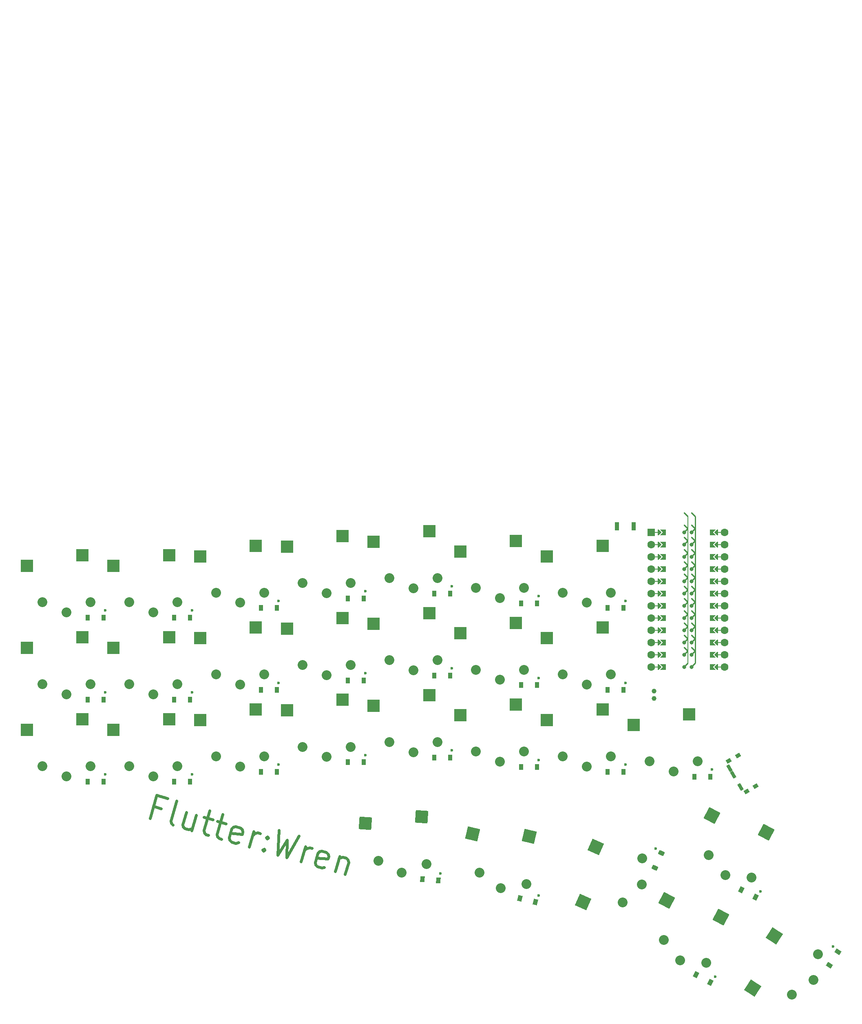
<source format=gbr>
%TF.GenerationSoftware,KiCad,Pcbnew,6.0.7*%
%TF.CreationDate,2022-09-14T22:19:12-04:00*%
%TF.ProjectId,flutter_v2_wren,666c7574-7465-4725-9f76-325f7772656e,v1.0.0*%
%TF.SameCoordinates,Original*%
%TF.FileFunction,Copper,L1,Top*%
%TF.FilePolarity,Positive*%
%FSLAX46Y46*%
G04 Gerber Fmt 4.6, Leading zero omitted, Abs format (unit mm)*
G04 Created by KiCad (PCBNEW 6.0.7) date 2022-09-14 22:19:12*
%MOMM*%
%LPD*%
G01*
G04 APERTURE LIST*
G04 Aperture macros list*
%AMRotRect*
0 Rectangle, with rotation*
0 The origin of the aperture is its center*
0 $1 length*
0 $2 width*
0 $3 Rotation angle, in degrees counterclockwise*
0 Add horizontal line*
21,1,$1,$2,0,0,$3*%
%AMFreePoly0*
4,1,6,0.600000,0.200000,0.000000,-0.400000,-0.600000,0.200000,-0.600000,0.400000,0.600000,0.400000,0.600000,0.200000,0.600000,0.200000,$1*%
%AMFreePoly1*
4,1,5,0.125000,-0.500000,-0.125000,-0.500000,-0.125000,0.500000,0.125000,0.500000,0.125000,-0.500000,0.125000,-0.500000,$1*%
%AMFreePoly2*
4,1,49,0.088388,4.152388,0.854389,3.386388,0.867708,3.368551,0.871189,3.365530,0.871982,3.362827,0.875852,3.357644,0.882333,3.327543,0.891000,3.298000,0.891000,0.766000,0.887805,0.743969,0.888131,0.739371,0.886780,0.736898,0.885852,0.730498,0.869154,0.704638,0.854389,0.677612,0.088388,-0.088388,0.064607,-0.106146,0.062500,-0.108253,0.061385,-0.108552,0.059644,-0.109852,
0.043810,-0.113261,0.000000,-0.125000,-0.004774,-0.123721,-0.009154,-0.124664,-0.028953,-0.117242,-0.062500,-0.108253,-0.068237,-0.102516,-0.075052,-0.099961,-0.087614,-0.083139,-0.108253,-0.062500,-0.111178,-0.051584,-0.117161,-0.043572,-0.118539,-0.024114,-0.125000,0.000000,-0.121239,0.014035,-0.122131,0.026629,-0.113759,0.041953,-0.108253,0.062500,-0.095642,0.075111,-0.088388,0.088388,
0.641000,0.817777,0.641000,3.246223,-0.088388,3.975612,-0.109852,4.004356,-0.124664,4.073154,-0.099961,4.139052,-0.043572,4.181161,0.026629,4.186131,0.088388,4.152388,0.088388,4.152388,$1*%
%AMFreePoly3*
4,1,6,0.600000,-0.250000,-0.600000,-0.250000,-0.600000,1.000000,0.000000,0.400000,0.600000,1.000000,0.600000,-0.250000,0.600000,-0.250000,$1*%
%AMFreePoly4*
4,1,49,0.088388,4.152388,0.850389,3.390388,0.863708,3.372551,0.867189,3.369530,0.867982,3.366827,0.871852,3.361644,0.878333,3.331543,0.887000,3.302000,0.887000,0.762000,0.883805,0.739969,0.884131,0.735371,0.882780,0.732898,0.881852,0.726498,0.865154,0.700638,0.850389,0.673612,0.088388,-0.088388,0.064607,-0.106146,0.062500,-0.108253,0.061385,-0.108552,0.059644,-0.109852,
0.043810,-0.113261,0.000000,-0.125000,-0.004774,-0.123721,-0.009154,-0.124664,-0.028953,-0.117242,-0.062500,-0.108253,-0.068237,-0.102516,-0.075052,-0.099961,-0.087614,-0.083139,-0.108253,-0.062500,-0.111178,-0.051584,-0.117161,-0.043572,-0.118539,-0.024114,-0.125000,0.000000,-0.121239,0.014035,-0.122131,0.026629,-0.113759,0.041953,-0.108253,0.062500,-0.095642,0.075111,-0.088388,0.088388,
0.637000,0.813777,0.637000,3.250223,-0.088388,3.975612,-0.109852,4.004356,-0.124664,4.073154,-0.099961,4.139052,-0.043572,4.181161,0.026629,4.186131,0.088388,4.152388,0.088388,4.152388,$1*%
G04 Aperture macros list end*
%ADD10C,0.600000*%
%TA.AperFunction,NonConductor*%
%ADD11C,0.600000*%
%TD*%
%TA.AperFunction,ComponentPad*%
%ADD12C,1.000000*%
%TD*%
%TA.AperFunction,SMDPad,CuDef*%
%ADD13R,0.900000X1.200000*%
%TD*%
%TA.AperFunction,SMDPad,CuDef*%
%ADD14R,2.600000X2.600000*%
%TD*%
%TA.AperFunction,ComponentPad*%
%ADD15C,2.032000*%
%TD*%
%TA.AperFunction,ComponentPad*%
%ADD16C,0.600000*%
%TD*%
%TA.AperFunction,SMDPad,CuDef*%
%ADD17RotRect,2.600000X2.600000X66.000000*%
%TD*%
%TA.AperFunction,SMDPad,CuDef*%
%ADD18RotRect,0.900000X1.200000X237.000000*%
%TD*%
%TA.AperFunction,SMDPad,CuDef*%
%ADD19RotRect,0.900000X1.200000X152.000000*%
%TD*%
%TA.AperFunction,SMDPad,CuDef*%
%ADD20RotRect,2.600000X2.600000X332.000000*%
%TD*%
%TA.AperFunction,SMDPad,CuDef*%
%ADD21RotRect,2.600000X2.600000X57.000000*%
%TD*%
%TA.AperFunction,SMDPad,CuDef*%
%ADD22R,0.900000X1.700000*%
%TD*%
%TA.AperFunction,SMDPad,CuDef*%
%ADD23RotRect,2.600000X2.600000X346.500000*%
%TD*%
%TA.AperFunction,SMDPad,CuDef*%
%ADD24FreePoly0,270.000000*%
%TD*%
%TA.AperFunction,ComponentPad*%
%ADD25C,1.600000*%
%TD*%
%TA.AperFunction,SMDPad,CuDef*%
%ADD26FreePoly1,270.000000*%
%TD*%
%TA.AperFunction,SMDPad,CuDef*%
%ADD27FreePoly1,90.000000*%
%TD*%
%TA.AperFunction,SMDPad,CuDef*%
%ADD28FreePoly0,90.000000*%
%TD*%
%TA.AperFunction,ComponentPad*%
%ADD29R,1.600000X1.600000*%
%TD*%
%TA.AperFunction,SMDPad,CuDef*%
%ADD30FreePoly2,270.000000*%
%TD*%
%TA.AperFunction,SMDPad,CuDef*%
%ADD31FreePoly3,270.000000*%
%TD*%
%TA.AperFunction,ComponentPad*%
%ADD32C,0.800000*%
%TD*%
%TA.AperFunction,SMDPad,CuDef*%
%ADD33FreePoly3,90.000000*%
%TD*%
%TA.AperFunction,SMDPad,CuDef*%
%ADD34FreePoly4,90.000000*%
%TD*%
%TA.AperFunction,SMDPad,CuDef*%
%ADD35RotRect,2.600000X2.600000X356.000000*%
%TD*%
%TA.AperFunction,SMDPad,CuDef*%
%ADD36RotRect,1.000000X0.800000X30.000000*%
%TD*%
%TA.AperFunction,SMDPad,CuDef*%
%ADD37RotRect,0.700000X1.500000X30.000000*%
%TD*%
%TA.AperFunction,SMDPad,CuDef*%
%ADD38RotRect,0.900000X1.200000X166.500000*%
%TD*%
%TA.AperFunction,SMDPad,CuDef*%
%ADD39RotRect,0.900000X1.200000X246.000000*%
%TD*%
%TA.AperFunction,SMDPad,CuDef*%
%ADD40RotRect,0.900000X1.200000X176.000000*%
%TD*%
G04 APERTURE END LIST*
D10*
D11*
X19608466Y-12604101D02*
X18006363Y-12144706D01*
X17284456Y-14662296D02*
X18662643Y-9855988D01*
X20951361Y-10512267D01*
X22090764Y-16040483D02*
X21698649Y-15680355D01*
X21601033Y-15156984D01*
X22782336Y-11037291D01*
X26900377Y-13951952D02*
X25981586Y-17156158D01*
X24840530Y-13361301D02*
X24118623Y-15878891D01*
X24216239Y-16402262D01*
X24608355Y-16762390D01*
X25294970Y-16959274D01*
X25818342Y-16861658D01*
X26112841Y-16698414D01*
X28502480Y-14411348D02*
X30333454Y-14936371D01*
X29648491Y-13006129D02*
X28467188Y-17125822D01*
X28564804Y-17649193D01*
X28956919Y-18009321D01*
X29414663Y-18140577D01*
X31248942Y-15198883D02*
X33079916Y-15723907D01*
X32394953Y-13793664D02*
X31213650Y-17913357D01*
X31311266Y-18436729D01*
X31703381Y-18796856D01*
X32161125Y-18928112D01*
X35659830Y-19683660D02*
X35136459Y-19781276D01*
X34220971Y-19518764D01*
X33828856Y-19158636D01*
X33731240Y-18635264D01*
X34256263Y-16804290D01*
X34616391Y-16412174D01*
X35139763Y-16314558D01*
X36055250Y-16577070D01*
X36447366Y-16937198D01*
X36544982Y-17460569D01*
X36413726Y-17918313D01*
X33993752Y-17719777D01*
X37882921Y-20568811D02*
X38801712Y-17364605D01*
X38539200Y-18280092D02*
X38899328Y-17887977D01*
X39193828Y-17724733D01*
X39717199Y-17627117D01*
X40174943Y-17758373D01*
X40989511Y-20964230D02*
X41152754Y-21258730D01*
X40858255Y-21421974D01*
X40695011Y-21127474D01*
X40989511Y-20964230D01*
X40858255Y-21421974D01*
X41711418Y-18446640D02*
X41874662Y-18741140D01*
X41580162Y-18904384D01*
X41416918Y-18609884D01*
X41711418Y-18446640D01*
X41580162Y-18904384D01*
X44067416Y-17140689D02*
X43833588Y-22275137D01*
X45733495Y-19104572D01*
X45664563Y-22800161D01*
X48187109Y-18321992D01*
X48639897Y-23653324D02*
X49558688Y-20449118D01*
X49296176Y-21364606D02*
X49656304Y-20972490D01*
X49950804Y-20809246D01*
X50474175Y-20711630D01*
X50931919Y-20842886D01*
X53511833Y-24802639D02*
X52988462Y-24900255D01*
X52072974Y-24637743D01*
X51680859Y-24277615D01*
X51583243Y-23754244D01*
X52108266Y-21923269D01*
X52468394Y-21531154D01*
X52991766Y-21433538D01*
X53907253Y-21696049D01*
X54299369Y-22056177D01*
X54396985Y-22579549D01*
X54265729Y-23037292D01*
X51845755Y-22838757D01*
X56653715Y-22483585D02*
X55734924Y-25687790D01*
X56522459Y-22941328D02*
X56816959Y-22778084D01*
X57340330Y-22680468D01*
X58026946Y-22877352D01*
X58419062Y-23237480D01*
X58516678Y-23760852D01*
X57794770Y-26278442D01*
D12*
%TO.P,,1*%
%TO.N,pos*%
X122000000Y11750000D03*
%TO.P,,2*%
%TO.N,GND*%
X122000000Y10250000D03*
%TD*%
D13*
%TO.P,D10,1*%
%TO.N,P6*%
X61650000Y-3000000D03*
%TO.P,D10,2*%
%TO.N,D12*%
X58350000Y-3000000D03*
%TD*%
D14*
%TO.P,S24,1*%
%TO.N,P2*%
X57275000Y43950000D03*
%TO.P,S24,2*%
%TO.N,D10*%
X45725000Y41750000D03*
%TD*%
D15*
%TO.P,S51,1*%
%TO.N,P1*%
X121000000Y-2800000D03*
X131000000Y-2800000D03*
%TO.P,S51,2*%
%TO.N,D27*%
X126000000Y-4900000D03*
X126000000Y-4900000D03*
%TD*%
%TO.P,S9,1*%
%TO.N,P0*%
X13000000Y13200000D03*
X23000000Y13200000D03*
%TO.P,S9,2*%
%TO.N,D3*%
X18000000Y11100000D03*
X18000000Y11100000D03*
%TD*%
D16*
%TO.P,REF\u002A\u002A,1*%
%TO.N,P5*%
X44000000Y30500000D03*
%TD*%
D15*
%TO.P,S27,1*%
%TO.N,P0*%
X67000000Y18200000D03*
X77000000Y18200000D03*
%TO.P,S27,2*%
%TO.N,D15*%
X72000000Y16100000D03*
X72000000Y16100000D03*
%TD*%
D16*
%TO.P,REF\u002A\u002A,1*%
%TO.N,P9*%
X122278393Y-20928688D03*
%TD*%
%TO.P,REF\u002A\u002A,1*%
%TO.N,P10*%
X134000000Y-4500000D03*
%TD*%
%TO.P,REF\u002A\u002A,1*%
%TO.N,P5*%
X44000000Y-3500000D03*
%TD*%
D13*
%TO.P,D13,1*%
%TO.N,P7*%
X79650000Y-2000000D03*
%TO.P,D13,2*%
%TO.N,D16*%
X76350000Y-2000000D03*
%TD*%
D16*
%TO.P,REF\u002A\u002A,1*%
%TO.N,P4*%
X8000000Y28500000D03*
%TD*%
D17*
%TO.P,S44,1*%
%TO.N,P3*%
X109896467Y-20588056D03*
%TO.P,S44,2*%
%TO.N,D24*%
X107208459Y-32034326D03*
%TD*%
D15*
%TO.P,S15,1*%
%TO.N,P0*%
X31000000Y15200000D03*
X41000000Y15200000D03*
%TO.P,S15,2*%
%TO.N,D7*%
X36000000Y13100000D03*
X36000000Y13100000D03*
%TD*%
D18*
%TO.P,D25,1*%
%TO.N,P10*%
X160171373Y-42374190D03*
%TO.P,D25,2*%
%TO.N,D27*%
X158374065Y-45141802D03*
%TD*%
D13*
%TO.P,D26,1*%
%TO.N,P10*%
X133650000Y-6000000D03*
%TO.P,D26,2*%
%TO.N,D27*%
X130350000Y-6000000D03*
%TD*%
D14*
%TO.P,S42,1*%
%TO.N,P0*%
X111275000Y41950000D03*
%TO.P,S42,2*%
%TO.N,D22*%
X99725000Y39750000D03*
%TD*%
D16*
%TO.P,REF\u002A\u002A,1*%
%TO.N,P7*%
X80000000Y-500000D03*
%TD*%
D15*
%TO.P,S47,1*%
%TO.N,P0*%
X142176056Y-26928776D03*
X133346580Y-22234060D03*
%TO.P,S47,2*%
%TO.N,D25*%
X136775428Y-26435608D03*
X136775428Y-26435608D03*
%TD*%
D16*
%TO.P,REF\u002A\u002A,1*%
%TO.N,P10*%
X134637366Y-47497153D03*
%TD*%
D13*
%TO.P,D2,1*%
%TO.N,P4*%
X7650000Y10000000D03*
%TO.P,D2,2*%
%TO.N,D3*%
X4350000Y10000000D03*
%TD*%
D14*
%TO.P,S26,1*%
%TO.N,P1*%
X75275000Y10950000D03*
%TO.P,S26,2*%
%TO.N,D16*%
X63725000Y8750000D03*
%TD*%
D16*
%TO.P,REF\u002A\u002A,1*%
%TO.N,P10*%
X77596852Y-26044654D03*
%TD*%
%TO.P,REF\u002A\u002A,1*%
%TO.N,P4*%
X8000000Y-5500000D03*
%TD*%
D14*
%TO.P,S8,1*%
%TO.N,P1*%
X21275000Y5950000D03*
%TO.P,S8,2*%
%TO.N,D4*%
X9725000Y3750000D03*
%TD*%
D13*
%TO.P,D21,1*%
%TO.N,P9*%
X115650000Y29000000D03*
%TO.P,D21,2*%
%TO.N,D22*%
X112350000Y29000000D03*
%TD*%
D16*
%TO.P,REF\u002A\u002A,1*%
%TO.N,P8*%
X98000000Y14500000D03*
%TD*%
D13*
%TO.P,D14,1*%
%TO.N,P7*%
X79650000Y15000000D03*
%TO.P,D14,2*%
%TO.N,D15*%
X76350000Y15000000D03*
%TD*%
D14*
%TO.P,S18,1*%
%TO.N,P2*%
X39275000Y41950000D03*
%TO.P,S18,2*%
%TO.N,D6*%
X27725000Y39750000D03*
%TD*%
D15*
%TO.P,S39,1*%
%TO.N,P1*%
X103000000Y15200000D03*
X113000000Y15200000D03*
%TO.P,S39,2*%
%TO.N,D23*%
X108000000Y13100000D03*
X108000000Y13100000D03*
%TD*%
D16*
%TO.P,REF\u002A\u002A,1*%
%TO.N,P9*%
X116000000Y-3500000D03*
%TD*%
D15*
%TO.P,S3,1*%
%TO.N,P0*%
X5000000Y13200000D03*
X-5000000Y13200000D03*
%TO.P,S3,2*%
%TO.N,D3*%
X0Y11100000D03*
X0Y11100000D03*
%TD*%
D16*
%TO.P,REF\u002A\u002A,1*%
%TO.N,P8*%
X98000000Y-2500000D03*
%TD*%
%TO.P,REF\u002A\u002A,1*%
%TO.N,P4*%
X26000000Y11500000D03*
%TD*%
D15*
%TO.P,S53,1*%
%TO.N,P1*%
X64747105Y-23441961D03*
X74722746Y-24139526D03*
%TO.P,S53,2*%
%TO.N,D27*%
X69588437Y-25885628D03*
X69588437Y-25885628D03*
%TD*%
%TO.P,S23,1*%
%TO.N,P2*%
X49000000Y34200000D03*
X59000000Y34200000D03*
%TO.P,S23,2*%
%TO.N,D10*%
X54000000Y32100000D03*
X54000000Y32100000D03*
%TD*%
D13*
%TO.P,D3,1*%
%TO.N,P4*%
X7650000Y27000000D03*
%TO.P,D3,2*%
%TO.N,D2*%
X4350000Y27000000D03*
%TD*%
D19*
%TO.P,D23,1*%
%TO.N,P10*%
X133624127Y-48657260D03*
%TO.P,D23,2*%
%TO.N,D26*%
X130710399Y-47108004D03*
%TD*%
D15*
%TO.P,S35,1*%
%TO.N,P2*%
X85000000Y33200000D03*
X95000000Y33200000D03*
%TO.P,S35,2*%
%TO.N,D18*%
X90000000Y31100000D03*
X90000000Y31100000D03*
%TD*%
%TO.P,S33,1*%
%TO.N,P0*%
X95000000Y16200000D03*
X85000000Y16200000D03*
%TO.P,S33,2*%
%TO.N,D19*%
X90000000Y14100000D03*
X90000000Y14100000D03*
%TD*%
D16*
%TO.P,REF\u002A\u002A,1*%
%TO.N,P10*%
X144026797Y-29838202D03*
%TD*%
%TO.P,REF\u002A\u002A,1*%
%TO.N,P4*%
X26000000Y-5500000D03*
%TD*%
D20*
%TO.P,S48,1*%
%TO.N,P0*%
X145230319Y-17510198D03*
%TO.P,S48,2*%
%TO.N,D25*%
X133999437Y-14030286D03*
%TD*%
D13*
%TO.P,D8,1*%
%TO.N,P5*%
X43650000Y12000000D03*
%TO.P,D8,2*%
%TO.N,D7*%
X40350000Y12000000D03*
%TD*%
D15*
%TO.P,S19,1*%
%TO.N,P1*%
X59000000Y200000D03*
X49000000Y200000D03*
%TO.P,S19,2*%
%TO.N,D12*%
X54000000Y-1900000D03*
X54000000Y-1900000D03*
%TD*%
D13*
%TO.P,D9,1*%
%TO.N,P5*%
X43650000Y29000000D03*
%TO.P,D9,2*%
%TO.N,D6*%
X40350000Y29000000D03*
%TD*%
D19*
%TO.P,D24,1*%
%TO.N,P10*%
X143013559Y-30998308D03*
%TO.P,D24,2*%
%TO.N,D25*%
X140099831Y-29449052D03*
%TD*%
D15*
%TO.P,S55,1*%
%TO.N,P1*%
X85751058Y-25927779D03*
X95474757Y-28262233D03*
%TO.P,S55,2*%
%TO.N,D27*%
X90122672Y-29136983D03*
X90122672Y-29136983D03*
%TD*%
%TO.P,S45,1*%
%TO.N,P2*%
X123957149Y-39893012D03*
X132786625Y-44587728D03*
%TO.P,S45,2*%
%TO.N,D26*%
X127385997Y-44094560D03*
X127385997Y-44094560D03*
%TD*%
D14*
%TO.P,S20,1*%
%TO.N,P1*%
X57275000Y9950000D03*
%TO.P,S20,2*%
%TO.N,D12*%
X45725000Y7750000D03*
%TD*%
%TO.P,S4,1*%
%TO.N,P0*%
X3275000Y22950000D03*
%TO.P,S4,2*%
%TO.N,D3*%
X-8275000Y20750000D03*
%TD*%
D13*
%TO.P,D5,1*%
%TO.N,P4*%
X25650000Y10000000D03*
%TO.P,D5,2*%
%TO.N,D3*%
X22350000Y10000000D03*
%TD*%
D14*
%TO.P,S12,1*%
%TO.N,P2*%
X21275000Y39950000D03*
%TO.P,S12,2*%
%TO.N,D2*%
X9725000Y37750000D03*
%TD*%
D21*
%TO.P,S50,1*%
%TO.N,P3*%
X146927794Y-38990298D03*
%TO.P,S50,2*%
%TO.N,D27*%
X142482288Y-49875149D03*
%TD*%
D22*
%TO.P,,1*%
%TO.N,RST*%
X117700000Y46000000D03*
%TO.P,,2*%
%TO.N,GND*%
X114300000Y46000000D03*
%TD*%
D13*
%TO.P,D7,1*%
%TO.N,P5*%
X43650000Y-5000000D03*
%TO.P,D7,2*%
%TO.N,D8*%
X40350000Y-5000000D03*
%TD*%
D16*
%TO.P,REF\u002A\u002A,1*%
%TO.N,P9*%
X116000000Y30500000D03*
%TD*%
D15*
%TO.P,S5,1*%
%TO.N,P2*%
X5000000Y30200000D03*
X-5000000Y30200000D03*
%TO.P,S5,2*%
%TO.N,D2*%
X0Y28100000D03*
X0Y28100000D03*
%TD*%
%TO.P,S21,1*%
%TO.N,P0*%
X59000000Y17200000D03*
X49000000Y17200000D03*
%TO.P,S21,2*%
%TO.N,D11*%
X54000000Y15100000D03*
X54000000Y15100000D03*
%TD*%
D13*
%TO.P,D16,1*%
%TO.N,P8*%
X97650000Y-4000000D03*
%TO.P,D16,2*%
%TO.N,D20*%
X94350000Y-4000000D03*
%TD*%
D15*
%TO.P,S13,1*%
%TO.N,P1*%
X31000000Y-1800000D03*
X41000000Y-1800000D03*
%TO.P,S13,2*%
%TO.N,D8*%
X36000000Y-3900000D03*
X36000000Y-3900000D03*
%TD*%
D14*
%TO.P,S14,1*%
%TO.N,P1*%
X39275000Y7950000D03*
%TO.P,S14,2*%
%TO.N,D8*%
X27725000Y5750000D03*
%TD*%
%TO.P,S10,1*%
%TO.N,P0*%
X21275000Y22950000D03*
%TO.P,S10,2*%
%TO.N,D3*%
X9725000Y20750000D03*
%TD*%
D16*
%TO.P,REF\u002A\u002A,1*%
%TO.N,P4*%
X26000000Y28500000D03*
%TD*%
D14*
%TO.P,S2,1*%
%TO.N,P1*%
X3275000Y5950000D03*
%TO.P,S2,2*%
%TO.N,D4*%
X-8275000Y3750000D03*
%TD*%
D16*
%TO.P,REF\u002A\u002A,1*%
%TO.N,P7*%
X80000000Y16500000D03*
%TD*%
D14*
%TO.P,S34,1*%
%TO.N,P0*%
X93275000Y25950000D03*
%TO.P,S34,2*%
%TO.N,D19*%
X81725000Y23750000D03*
%TD*%
D23*
%TO.P,S56,1*%
%TO.N,P1*%
X96073511Y-18378933D03*
%TO.P,S56,2*%
%TO.N,D27*%
X84329059Y-17821852D03*
%TD*%
D15*
%TO.P,S49,1*%
%TO.N,P3*%
X150597944Y-51240527D03*
X156044334Y-42853821D03*
%TO.P,S49,2*%
%TO.N,D27*%
X155082347Y-48190916D03*
X155082347Y-48190916D03*
%TD*%
D16*
%TO.P,REF\u002A\u002A,1*%
%TO.N,P6*%
X62000000Y15500000D03*
%TD*%
D14*
%TO.P,S38,1*%
%TO.N,P1*%
X111275000Y7950000D03*
%TO.P,S38,2*%
%TO.N,D23*%
X99725000Y5750000D03*
%TD*%
D13*
%TO.P,D6,1*%
%TO.N,P4*%
X25650000Y27000000D03*
%TO.P,D6,2*%
%TO.N,D2*%
X22350000Y27000000D03*
%TD*%
D14*
%TO.P,S28,1*%
%TO.N,P0*%
X75275000Y27950000D03*
%TO.P,S28,2*%
%TO.N,D15*%
X63725000Y25750000D03*
%TD*%
D15*
%TO.P,S7,1*%
%TO.N,P1*%
X13000000Y-3800000D03*
X23000000Y-3800000D03*
%TO.P,S7,2*%
%TO.N,D4*%
X18000000Y-5900000D03*
X18000000Y-5900000D03*
%TD*%
D13*
%TO.P,D19,1*%
%TO.N,P9*%
X115650000Y-5000000D03*
%TO.P,D19,2*%
%TO.N,D23*%
X112350000Y-5000000D03*
%TD*%
D24*
%TO.P,MCU1,*%
%TO.N,*%
X134842000Y42180000D03*
D25*
X136620000Y44720000D03*
D26*
X135350000Y26940000D03*
D27*
X122650000Y42180000D03*
D25*
X121380000Y34560000D03*
D27*
X122650000Y37100000D03*
D25*
X136620000Y16780000D03*
D27*
X122650000Y32020000D03*
X122650000Y44720000D03*
D26*
X135350000Y29480000D03*
D27*
X122650000Y29480000D03*
D25*
X136620000Y19320000D03*
D26*
X135350000Y34560000D03*
X135350000Y37100000D03*
D28*
X123158000Y19320000D03*
X123158000Y44720000D03*
X123158000Y37100000D03*
X123158000Y21860000D03*
D26*
X135350000Y19320000D03*
D28*
X123158000Y29480000D03*
D25*
X136620000Y24400000D03*
D24*
X134842000Y32020000D03*
D26*
X135350000Y44720000D03*
D25*
X136620000Y26940000D03*
D26*
X135350000Y32020000D03*
D25*
X136620000Y42180000D03*
D27*
X122650000Y24400000D03*
D25*
X136620000Y34560000D03*
X136620000Y39640000D03*
X121380000Y29480000D03*
D28*
X123158000Y32020000D03*
D25*
X121380000Y39640000D03*
D24*
X134842000Y37100000D03*
X134842000Y44720000D03*
X134842000Y34560000D03*
D25*
X121380000Y19320000D03*
D24*
X134842000Y24400000D03*
X134842000Y39640000D03*
D27*
X122650000Y39640000D03*
D24*
X134842000Y29480000D03*
D25*
X121380000Y32020000D03*
D26*
X135350000Y21860000D03*
D25*
X121380000Y42180000D03*
X121380000Y16780000D03*
D24*
X134842000Y21860000D03*
D27*
X122650000Y34560000D03*
D25*
X121380000Y44720000D03*
X121380000Y21860000D03*
D26*
X135350000Y39640000D03*
D27*
X122650000Y16780000D03*
D24*
X134842000Y19320000D03*
D26*
X135350000Y24400000D03*
X135350000Y16780000D03*
D29*
X121380000Y44720000D03*
D25*
X136620000Y21860000D03*
X121380000Y24400000D03*
X136620000Y32020000D03*
D27*
X122650000Y19320000D03*
D24*
X134842000Y16780000D03*
D25*
X121380000Y37100000D03*
D26*
X135350000Y42180000D03*
D27*
X122650000Y26940000D03*
D25*
X121380000Y26940000D03*
D28*
X123158000Y42180000D03*
X123158000Y26940000D03*
X123158000Y24400000D03*
D24*
X134842000Y26940000D03*
D25*
X136620000Y29480000D03*
D28*
X123158000Y39640000D03*
D27*
X122650000Y21860000D03*
D25*
X136620000Y37100000D03*
D28*
X123158000Y16780000D03*
X123158000Y34560000D03*
D30*
%TO.P,MCU1,1*%
%TO.N,RAW*%
X129762000Y44720000D03*
D31*
X133826000Y44720000D03*
D32*
X129762000Y44720000D03*
D31*
%TO.P,MCU1,2*%
%TO.N,GND*%
X133826000Y42180000D03*
D30*
X129762000Y42180000D03*
D32*
X129762000Y42180000D03*
D30*
%TO.P,MCU1,3*%
%TO.N,RST*%
X129762000Y39640000D03*
D31*
X133826000Y39640000D03*
D32*
X129762000Y39640000D03*
D30*
%TO.P,MCU1,4*%
%TO.N,VCC*%
X129762000Y37100000D03*
D31*
X133826000Y37100000D03*
D32*
X129762000Y37100000D03*
D31*
%TO.P,MCU1,5*%
%TO.N,P21*%
X133826000Y34560000D03*
D32*
X129762000Y34560000D03*
D30*
X129762000Y34560000D03*
%TO.P,MCU1,6*%
%TO.N,P20*%
X129762000Y32020000D03*
D31*
X133826000Y32020000D03*
D32*
X129762000Y32020000D03*
D31*
%TO.P,MCU1,7*%
%TO.N,P19*%
X133826000Y29480000D03*
D32*
X129762000Y29480000D03*
D30*
X129762000Y29480000D03*
D32*
%TO.P,MCU1,8*%
%TO.N,P18*%
X129762000Y26940000D03*
D31*
X133826000Y26940000D03*
D30*
X129762000Y26940000D03*
D31*
%TO.P,MCU1,9*%
%TO.N,P15*%
X133826000Y24400000D03*
D32*
X129762000Y24400000D03*
D30*
X129762000Y24400000D03*
D32*
%TO.P,MCU1,10*%
%TO.N,P14*%
X129762000Y21860000D03*
D31*
X133826000Y21860000D03*
D30*
X129762000Y21860000D03*
%TO.P,MCU1,11*%
%TO.N,P16*%
X129762000Y19320000D03*
D31*
X133826000Y19320000D03*
D32*
X129762000Y19320000D03*
D30*
%TO.P,MCU1,12*%
%TO.N,P10*%
X129762000Y16780000D03*
D31*
X133826000Y16780000D03*
D32*
X129762000Y16780000D03*
%TO.P,MCU1,13*%
%TO.N,P9*%
X128238000Y16780000D03*
D33*
X124174000Y16780000D03*
D34*
X128238000Y16780000D03*
D33*
%TO.P,MCU1,14*%
%TO.N,P8*%
X124174000Y19320000D03*
D32*
X128238000Y19320000D03*
D34*
X128238000Y19320000D03*
D33*
%TO.P,MCU1,15*%
%TO.N,P7*%
X124174000Y21860000D03*
D34*
X128238000Y21860000D03*
D32*
X128238000Y21860000D03*
D33*
%TO.P,MCU1,16*%
%TO.N,P6*%
X124174000Y24400000D03*
D34*
X128238000Y24400000D03*
D32*
X128238000Y24400000D03*
D34*
%TO.P,MCU1,17*%
%TO.N,P5*%
X128238000Y26940000D03*
D32*
X128238000Y26940000D03*
D33*
X124174000Y26940000D03*
%TO.P,MCU1,18*%
%TO.N,P4*%
X124174000Y29480000D03*
D32*
X128238000Y29480000D03*
D34*
X128238000Y29480000D03*
%TO.P,MCU1,19*%
%TO.N,P3*%
X128238000Y32020000D03*
D32*
X128238000Y32020000D03*
D33*
X124174000Y32020000D03*
%TO.P,MCU1,20*%
%TO.N,P2*%
X124174000Y34560000D03*
D32*
X128238000Y34560000D03*
D34*
X128238000Y34560000D03*
%TO.P,MCU1,21*%
%TO.N,GND*%
X128238000Y37100000D03*
D33*
X124174000Y37100000D03*
D32*
X128238000Y37100000D03*
%TO.P,MCU1,22*%
X128238000Y39640000D03*
D34*
X128238000Y39640000D03*
D33*
X124174000Y39640000D03*
%TO.P,MCU1,23*%
%TO.N,P0*%
X124174000Y42180000D03*
D32*
X128238000Y42180000D03*
D34*
X128238000Y42180000D03*
D32*
%TO.P,MCU1,24*%
%TO.N,P1*%
X128238000Y44720000D03*
D34*
X128238000Y44720000D03*
D33*
X124174000Y44720000D03*
%TD*%
D16*
%TO.P,REF\u002A\u002A,1*%
%TO.N,P10*%
X159103991Y-41263696D03*
%TD*%
%TO.P,REF\u002A\u002A,1*%
%TO.N,P8*%
X98000000Y31500000D03*
%TD*%
D15*
%TO.P,S11,1*%
%TO.N,P2*%
X13000000Y30200000D03*
X23000000Y30200000D03*
%TO.P,S11,2*%
%TO.N,D2*%
X18000000Y28100000D03*
X18000000Y28100000D03*
%TD*%
D16*
%TO.P,REF\u002A\u002A,1*%
%TO.N,P6*%
X62000000Y32500000D03*
%TD*%
D14*
%TO.P,S36,1*%
%TO.N,P2*%
X93275000Y42950000D03*
%TO.P,S36,2*%
%TO.N,D18*%
X81725000Y40750000D03*
%TD*%
D13*
%TO.P,D1,1*%
%TO.N,P4*%
X7650000Y-7000000D03*
%TO.P,D1,2*%
%TO.N,D4*%
X4350000Y-7000000D03*
%TD*%
%TO.P,D17,1*%
%TO.N,P8*%
X97650000Y13000000D03*
%TO.P,D17,2*%
%TO.N,D19*%
X94350000Y13000000D03*
%TD*%
%TO.P,D15,1*%
%TO.N,P7*%
X79650000Y32000000D03*
%TO.P,D15,2*%
%TO.N,D14*%
X76350000Y32000000D03*
%TD*%
D35*
%TO.P,S54,1*%
%TO.N,P1*%
X73682073Y-14292946D03*
%TO.P,S54,2*%
%TO.N,D27*%
X62006744Y-15681900D03*
%TD*%
D16*
%TO.P,REF\u002A\u002A,1*%
%TO.N,P10*%
X97995010Y-30615598D03*
%TD*%
D36*
%TO.P,,*%
%TO.N,*%
X141149500Y-9050993D03*
X137499500Y-2729007D03*
X139413416Y-1624007D03*
X143063416Y-7945993D03*
D37*
%TO.P,,1*%
%TO.N,pos*%
X139886584Y-8163557D03*
%TO.P,,2*%
%TO.N,RAW*%
X138386584Y-5565481D03*
%TO.P,,3*%
%TO.N,N/C*%
X137636584Y-4266443D03*
%TD*%
D14*
%TO.P,S6,1*%
%TO.N,P2*%
X3275000Y39950000D03*
%TO.P,S6,2*%
%TO.N,D2*%
X-8275000Y37750000D03*
%TD*%
D38*
%TO.P,D28,1*%
%TO.N,P10*%
X97304512Y-31992447D03*
%TO.P,D28,2*%
%TO.N,D27*%
X94095692Y-31222077D03*
%TD*%
D13*
%TO.P,D4,1*%
%TO.N,P4*%
X25650000Y-7000000D03*
%TO.P,D4,2*%
%TO.N,D4*%
X22350000Y-7000000D03*
%TD*%
D15*
%TO.P,S1,1*%
%TO.N,P1*%
X5000000Y-3800000D03*
X-5000000Y-3800000D03*
%TO.P,S1,2*%
%TO.N,D4*%
X0Y-5900000D03*
X0Y-5900000D03*
%TD*%
D16*
%TO.P,REF\u002A\u002A,1*%
%TO.N,P7*%
X80000000Y33500000D03*
%TD*%
D15*
%TO.P,S31,1*%
%TO.N,P1*%
X85000000Y-800000D03*
X95000000Y-800000D03*
%TO.P,S31,2*%
%TO.N,D20*%
X90000000Y-2900000D03*
X90000000Y-2900000D03*
%TD*%
%TO.P,S37,1*%
%TO.N,P1*%
X103000000Y-1800000D03*
X113000000Y-1800000D03*
%TO.P,S37,2*%
%TO.N,D23*%
X108000000Y-3900000D03*
X108000000Y-3900000D03*
%TD*%
D14*
%TO.P,S22,1*%
%TO.N,P0*%
X57275000Y26950000D03*
%TO.P,S22,2*%
%TO.N,D11*%
X45725000Y24750000D03*
%TD*%
%TO.P,S40,1*%
%TO.N,P1*%
X111275000Y24950000D03*
%TO.P,S40,2*%
%TO.N,D23*%
X99725000Y22750000D03*
%TD*%
D20*
%TO.P,S46,1*%
%TO.N,P2*%
X135840888Y-35169150D03*
%TO.P,S46,2*%
%TO.N,D26*%
X124610006Y-31689238D03*
%TD*%
D16*
%TO.P,REF\u002A\u002A,1*%
%TO.N,P9*%
X116000000Y13500000D03*
%TD*%
D39*
%TO.P,D22,1*%
%TO.N,P9*%
X123506353Y-21858534D03*
%TO.P,D22,2*%
%TO.N,D24*%
X122164123Y-24873234D03*
%TD*%
D15*
%TO.P,S41,1*%
%TO.N,P0*%
X113000000Y32200000D03*
X103000000Y32200000D03*
%TO.P,S41,2*%
%TO.N,D22*%
X108000000Y30100000D03*
X108000000Y30100000D03*
%TD*%
%TO.P,S43,1*%
%TO.N,P3*%
X119505156Y-22977872D03*
X115437790Y-32113327D03*
%TO.P,S43,2*%
%TO.N,D24*%
X119389918Y-28399746D03*
X119389918Y-28399746D03*
%TD*%
D40*
%TO.P,D27,1*%
%TO.N,P10*%
X77143070Y-27516585D03*
%TO.P,D27,2*%
%TO.N,D27*%
X73851108Y-27286389D03*
%TD*%
D15*
%TO.P,S29,1*%
%TO.N,P2*%
X67000000Y35200000D03*
X77000000Y35200000D03*
%TO.P,S29,2*%
%TO.N,D14*%
X72000000Y33100000D03*
X72000000Y33100000D03*
%TD*%
D13*
%TO.P,D12,1*%
%TO.N,P6*%
X61650000Y31000000D03*
%TO.P,D12,2*%
%TO.N,D10*%
X58350000Y31000000D03*
%TD*%
D15*
%TO.P,S25,1*%
%TO.N,P1*%
X77000000Y1200000D03*
X67000000Y1200000D03*
%TO.P,S25,2*%
%TO.N,D16*%
X72000000Y-900000D03*
X72000000Y-900000D03*
%TD*%
%TO.P,S17,1*%
%TO.N,P2*%
X31000000Y32200000D03*
X41000000Y32200000D03*
%TO.P,S17,2*%
%TO.N,D6*%
X36000000Y30100000D03*
X36000000Y30100000D03*
%TD*%
D13*
%TO.P,D20,1*%
%TO.N,P9*%
X115650000Y12000000D03*
%TO.P,D20,2*%
%TO.N,D23*%
X112350000Y12000000D03*
%TD*%
D16*
%TO.P,REF\u002A\u002A,1*%
%TO.N,P6*%
X62000000Y-1500000D03*
%TD*%
D14*
%TO.P,S32,1*%
%TO.N,P1*%
X93275000Y8950000D03*
%TO.P,S32,2*%
%TO.N,D20*%
X81725000Y6750000D03*
%TD*%
D13*
%TO.P,D18,1*%
%TO.N,P8*%
X97650000Y30000000D03*
%TO.P,D18,2*%
%TO.N,D18*%
X94350000Y30000000D03*
%TD*%
D14*
%TO.P,S52,1*%
%TO.N,P1*%
X129275000Y6950000D03*
%TO.P,S52,2*%
%TO.N,D27*%
X117725000Y4750000D03*
%TD*%
%TO.P,S16,1*%
%TO.N,P0*%
X39275000Y24950000D03*
%TO.P,S16,2*%
%TO.N,D7*%
X27725000Y22750000D03*
%TD*%
D16*
%TO.P,REF\u002A\u002A,1*%
%TO.N,P5*%
X44000000Y13500000D03*
%TD*%
D13*
%TO.P,D11,1*%
%TO.N,P6*%
X61650000Y14000000D03*
%TO.P,D11,2*%
%TO.N,D11*%
X58350000Y14000000D03*
%TD*%
D16*
%TO.P,REF\u002A\u002A,1*%
%TO.N,P4*%
X8000000Y11500000D03*
%TD*%
D14*
%TO.P,S30,1*%
%TO.N,P2*%
X75275000Y44950000D03*
%TO.P,S30,2*%
%TO.N,D14*%
X63725000Y42750000D03*
%TD*%
M02*

</source>
